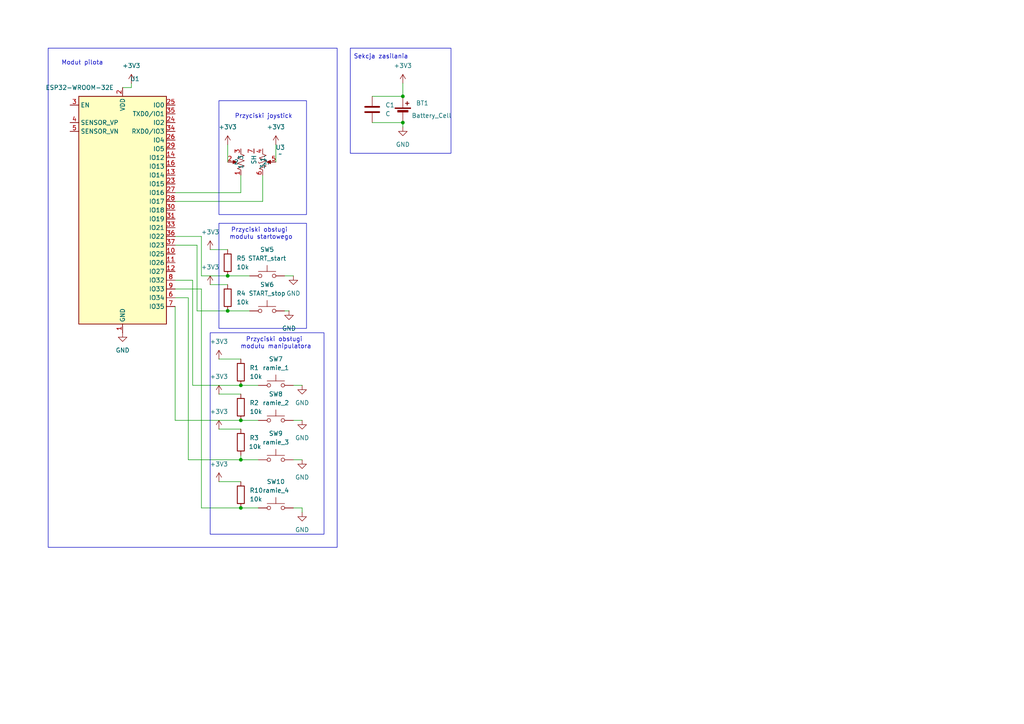
<source format=kicad_sch>
(kicad_sch (version 20231120) (generator "eeschema") (generator_version "8.0")
  (paper "A4")
  (lib_symbols
    (symbol "Device:Battery_Cell" (pin_numbers hide) (pin_names (offset 0) hide)
      (property "Reference" "BT" (at 2.54 2.54 0))
      (property "Value" "Battery_Cell" (at 2.54 0 0))
      (symbol "Battery_Cell_0_1"
        (rectangle (start -2.286 1.778) (end 2.286 1.524) (fill (type outline)))
        (rectangle (start -1.524 1.016) (end 1.524 0.508) (fill (type outline)))
        (polyline (pts (xy 0 0.762) (xy 0 0)))
        (polyline (pts (xy 0 1.778) (xy 0 2.54)))
        (polyline (pts (xy 0.762 3.048) (xy 1.778 3.048)) (stroke (width 0.254)))
        (polyline (pts (xy 1.27 3.556) (xy 1.27 2.54)) (stroke (width 0.254)))
      )
      (symbol "Battery_Cell_1_1"
        (pin passive line (at 0 5.08 270) (length 2.54) (name "+") (number "1"))
        (pin passive line (at 0 -2.54 90) (length 2.54) (name "-") (number "2"))
      )
    )
    (symbol "Device:C" (pin_numbers hide) (pin_names (offset 0.254))
      (property "Reference" "C" (at 0.635 2.54 0))
      (property "Value" "C" (at 0.635 -2.54 0))
      (symbol "C_0_1"
        (polyline (pts (xy -2.032 -0.762) (xy 2.032 -0.762)) (stroke (width 0.508)))
        (polyline (pts (xy -2.032 0.762) (xy 2.032 0.762)) (stroke (width 0.508)))
      )
      (symbol "C_1_1"
        (pin passive line (at 0 3.81 270) (length 2.794) (name "~") (number "1"))
        (pin passive line (at 0 -3.81 90) (length 2.794) (name "~") (number "2"))
      )
    )
    (symbol "Device:R" (pin_numbers hide) (pin_names (offset 0))
      (property "Reference" "R" (at 2.032 0 90))
      (property "Value" "R" (at 0 0 90))
      (symbol "R_0_1"
        (rectangle (start -1.016 -2.54) (end 1.016 2.54) (stroke (width 0.254)))
      )
      (symbol "R_1_1"
        (pin passive line (at 0 3.81 270) (length 1.27) (name "~") (number "1"))
        (pin passive line (at 0 -3.81 90) (length 1.27) (name "~") (number "2"))
      )
    )
    (symbol "Joystick:3D161"
      (property "Reference" "U" (at 0 5.842 0))
      (symbol "3D161_0_1"
        (polyline (pts (xy -5.08 -1.27) (xy -4.064 -1.27)))
        (polyline (pts (xy -2.54 -3.81) (xy -2.54 -3.556)))
        (polyline (pts (xy -2.54 1.016) (xy -2.54 1.27)))
        (polyline (pts (xy 3.81 -3.556) (xy 3.81 -3.81)))
        (polyline (pts (xy 3.81 1.27) (xy 3.81 1.016)))
        (polyline (pts (xy 6.35 -1.27) (xy 5.334 -1.27)))
        (polyline (pts (xy -3.683 -1.27) (xy -4.826 -1.778) (xy -4.826 -0.762) (xy -3.683 -1.27)) (fill (type outline)))
        (polyline (pts (xy 4.953 -1.27) (xy 6.096 -0.762) (xy 6.096 -1.778) (xy 4.953 -1.27)) (fill (type outline)))
        (polyline (pts (xy -2.54 -3.556) (xy -3.556 -3.175) (xy -2.54 -2.794) (xy -1.524 -2.413) (xy -2.54 -2.032)))
        (polyline (pts (xy -2.54 -2.032) (xy -3.556 -1.651) (xy -2.54 -1.27) (xy -1.524 -0.889) (xy -1.27 -1.27)))
        (polyline (pts (xy -2.54 -0.508) (xy -3.556 -0.127) (xy -2.54 0.254) (xy -1.524 0.635) (xy -2.54 1.016)))
        (polyline (pts (xy 3.81 -2.032) (xy 4.826 -2.413) (xy 3.81 -2.794) (xy 2.794 -3.175) (xy 3.81 -3.556)))
        (polyline (pts (xy 3.81 -0.508) (xy 4.826 -0.889) (xy 3.81 -1.27) (xy 2.794 -1.651) (xy 3.81 -2.032)))
        (polyline (pts (xy 3.81 1.016) (xy 4.826 0.635) (xy 3.81 0.254) (xy 2.794 -0.127) (xy 3.81 -0.508)))
      )
      (symbol "3D161_1_1"
        (pin passive line (at 3.81 2.54 270) (length 1.27) (name "1") (number "1"))
        (pin passive line (at 7.62 -1.27 180) (length 1.27) (name "2") (number "2"))
        (pin passive line (at 3.81 -5.08 90) (length 1.27) (name "3") (number "3"))
        (pin passive line (at -2.54 -5.08 90) (length 1.27) (name "1.") (number "4"))
        (pin passive line (at -6.35 -1.27 0) (length 1.27) (name "2.") (number "5"))
        (pin passive line (at -2.54 2.54 270) (length 1.27) (name "3.") (number "6"))
        (pin passive line (at 0 -5.08 90) (length 1.27) (name "SH") (number "7"))
      )
    )
    (symbol "RF_Module:ESP32-WROOM-32E"
      (property "Reference" "U" (at -12.7 34.29 0))
      (property "Value" "ESP32-WROOM-32E" (at 1.27 34.29 0))
      (symbol "ESP32-WROOM-32E_0_1"
        (rectangle (start -12.7 33.02) (end 12.7 -33.02) (stroke (width 0.254)) (fill (type background)))
      )
      (symbol "ESP32-WROOM-32E_1_1"
        (pin power_in line (at 0 -35.56 90) (length 2.54) (name "GND") (number "1"))
        (pin bidirectional line (at 15.24 -12.7 180) (length 2.54) (name "IO25") (number "10"))
        (pin bidirectional line (at 15.24 -15.24 180) (length 2.54) (name "IO26") (number "11"))
        (pin bidirectional line (at 15.24 -17.78 180) (length 2.54) (name "IO27") (number "12"))
        (pin bidirectional line (at 15.24 10.16 180) (length 2.54) (name "IO14") (number "13"))
        (pin bidirectional line (at 15.24 15.24 180) (length 2.54) (name "IO12") (number "14"))
        (pin passive line (at 0 -35.56 90) (length 2.54) hide (name "GND") (number "15"))
        (pin bidirectional line (at 15.24 12.7 180) (length 2.54) (name "IO13") (number "16"))
        (pin no_connect line (at -12.7 -5.08 0) (length 2.54) hide (name "NC") (number "17"))
        (pin no_connect line (at -12.7 -7.62 0) (length 2.54) hide (name "NC") (number "18"))
        (pin no_connect line (at -12.7 -12.7 0) (length 2.54) hide (name "NC") (number "19"))
        (pin power_in line (at 0 35.56 270) (length 2.54) (name "VDD") (number "2"))
        (pin no_connect line (at -12.7 -10.16 0) (length 2.54) hide (name "NC") (number "20"))
        (pin no_connect line (at -12.7 0 0) (length 2.54) hide (name "NC") (number "21"))
        (pin no_connect line (at -12.7 -2.54 0) (length 2.54) hide (name "NC") (number "22"))
        (pin bidirectional line (at 15.24 7.62 180) (length 2.54) (name "IO15") (number "23"))
        (pin bidirectional line (at 15.24 25.4 180) (length 2.54) (name "IO2") (number "24"))
        (pin bidirectional line (at 15.24 30.48 180) (length 2.54) (name "IO0") (number "25"))
        (pin bidirectional line (at 15.24 20.32 180) (length 2.54) (name "IO4") (number "26"))
        (pin bidirectional line (at 15.24 5.08 180) (length 2.54) (name "IO16") (number "27"))
        (pin bidirectional line (at 15.24 2.54 180) (length 2.54) (name "IO17") (number "28"))
        (pin bidirectional line (at 15.24 17.78 180) (length 2.54) (name "IO5") (number "29"))
        (pin input line (at -15.24 30.48 0) (length 2.54) (name "EN") (number "3"))
        (pin bidirectional line (at 15.24 0 180) (length 2.54) (name "IO18") (number "30"))
        (pin bidirectional line (at 15.24 -2.54 180) (length 2.54) (name "IO19") (number "31"))
        (pin no_connect line (at -12.7 -27.94 0) (length 2.54) hide (name "NC") (number "32"))
        (pin bidirectional line (at 15.24 -5.08 180) (length 2.54) (name "IO21") (number "33"))
        (pin bidirectional line (at 15.24 22.86 180) (length 2.54) (name "RXD0/IO3") (number "34"))
        (pin bidirectional line (at 15.24 27.94 180) (length 2.54) (name "TXD0/IO1") (number "35"))
        (pin bidirectional line (at 15.24 -7.62 180) (length 2.54) (name "IO22") (number "36"))
        (pin bidirectional line (at 15.24 -10.16 180) (length 2.54) (name "IO23") (number "37"))
        (pin passive line (at 0 -35.56 90) (length 2.54) hide (name "GND") (number "38"))
        (pin passive line (at 0 -35.56 90) (length 2.54) hide (name "GND") (number "39"))
        (pin input line (at -15.24 25.4 0) (length 2.54) (name "SENSOR_VP") (number "4"))
        (pin input line (at -15.24 22.86 0) (length 2.54) (name "SENSOR_VN") (number "5"))
        (pin input line (at 15.24 -25.4 180) (length 2.54) (name "IO34") (number "6"))
        (pin input line (at 15.24 -27.94 180) (length 2.54) (name "IO35") (number "7"))
        (pin bidirectional line (at 15.24 -20.32 180) (length 2.54) (name "IO32") (number "8"))
        (pin bidirectional line (at 15.24 -22.86 180) (length 2.54) (name "IO33") (number "9"))
      )
    )
    (symbol "Switch:SW_MEC_5G" (pin_numbers hide) (pin_names (offset 1.016) hide)
      (property "Reference" "SW" (at 1.27 2.54 0))
      (property "Value" "SW_MEC_5G" (at 0 -1.524 0))
      (symbol "SW_MEC_5G_0_1"
        (circle (center -2.032 0) (radius 0.508))
        (polyline (pts (xy 0 1.27) (xy 0 3.048)))
        (polyline (pts (xy 2.54 1.27) (xy -2.54 1.27)))
        (circle (center 2.032 0) (radius 0.508))
        (pin passive line (at -5.08 0 0) (length 2.54) (name "A") (number "1"))
        (pin passive line (at 5.08 0 180) (length 2.54) (name "B") (number "3"))
      )
      (symbol "SW_MEC_5G_1_1"
        (pin passive line (at -5.08 0 0) (length 2.54) hide (name "A") (number "2"))
        (pin passive line (at 5.08 0 180) (length 2.54) hide (name "B") (number "4"))
      )
    )
    (symbol "power:+3V3" (power) (pin_numbers hide) (pin_names (offset 0) hide)
      (property "Value" "+3V3" (at 0 3.556 0))
      (symbol "+3V3_0_1"
        (polyline (pts (xy -0.762 1.27) (xy 0 2.54)))
        (polyline (pts (xy 0 0) (xy 0 2.54)))
        (polyline (pts (xy 0 2.54) (xy 0.762 1.27)))
      )
      (symbol "+3V3_1_1"
        (pin power_in line (at 0 0 90) (length 0) (name "~") (number "1"))
      )
    )
    (symbol "power:GND" (power) (pin_numbers hide) (pin_names (offset 0) hide)
      (property "Value" "GND" (at 0 -3.81 0))
      (symbol "GND_0_1"
        (polyline (pts (xy 0 0) (xy 0 -1.27) (xy 1.27 -1.27) (xy 0 -2.54) (xy -1.27 -1.27) (xy 0 -1.27)))
      )
      (symbol "GND_1_1"
        (pin power_in line (at 0 0 270) (length 0) (name "~") (number "1"))
      )
    )
  )
  (junction (at 69.85 147.32))
  (junction (at 116.84 35.56))
  (junction (at 69.85 111.76))
  (junction (at 116.84 27.94))
  (junction (at 69.85 133.35))
  (junction (at 66.04 80.01))
  (junction (at 66.04 90.17))
  (junction (at 69.85 121.92))
  (wire (pts (xy 38.1 25.4) (xy 38.1 24.13)))
  (wire (pts (xy 87.63 148.59) (xy 87.63 147.32)))
  (wire (pts (xy 107.95 35.56) (xy 116.84 35.56)))
  (wire (pts (xy 60.96 82.55) (xy 66.04 82.55)))
  (wire (pts (xy 50.8 83.82) (xy 58.42 83.82)))
  (wire (pts (xy 63.5 114.3) (xy 69.85 114.3)))
  (wire (pts (xy 50.8 71.12) (xy 57.15 71.12)))
  (wire (pts (xy 54.61 86.36) (xy 54.61 133.35)))
  (wire (pts (xy 50.8 58.42) (xy 76.2 58.42)))
  (wire (pts (xy 69.85 50.8) (xy 69.85 55.88)))
  (wire (pts (xy 50.8 68.58) (xy 58.42 68.58)))
  (wire (pts (xy 66.04 41.91) (xy 66.04 46.99)))
  (wire (pts (xy 87.63 121.92) (xy 85.09 121.92)))
  (wire (pts (xy 116.84 24.13) (xy 116.84 27.94)))
  (wire (pts (xy 50.8 121.92) (xy 69.85 121.92)))
  (wire (pts (xy 60.96 72.39) (xy 66.04 72.39)))
  (wire (pts (xy 50.8 88.9) (xy 50.8 121.92)))
  (wire (pts (xy 66.04 80.01) (xy 72.39 80.01)))
  (wire (pts (xy 58.42 83.82) (xy 58.42 147.32)))
  (wire (pts (xy 69.85 132.08) (xy 69.85 133.35)))
  (wire (pts (xy 85.09 133.35) (xy 87.63 133.35)))
  (wire (pts (xy 69.85 147.32) (xy 74.93 147.32)))
  (wire (pts (xy 80.01 41.91) (xy 80.01 46.99)))
  (wire (pts (xy 116.84 36.83) (xy 116.84 35.56)))
  (wire (pts (xy 66.04 90.17) (xy 72.39 90.17)))
  (wire (pts (xy 55.88 111.76) (xy 55.88 81.28)))
  (wire (pts (xy 76.2 58.42) (xy 76.2 50.8)))
  (wire (pts (xy 50.8 55.88) (xy 69.85 55.88)))
  (wire (pts (xy 54.61 133.35) (xy 69.85 133.35)))
  (wire (pts (xy 63.5 124.46) (xy 69.85 124.46)))
  (wire (pts (xy 85.09 80.01) (xy 82.55 80.01)))
  (wire (pts (xy 83.82 90.17) (xy 82.55 90.17)))
  (wire (pts (xy 63.5 139.7) (xy 69.85 139.7)))
  (wire (pts (xy 87.63 147.32) (xy 85.09 147.32)))
  (wire (pts (xy 58.42 80.01) (xy 66.04 80.01)))
  (wire (pts (xy 55.88 81.28) (xy 50.8 81.28)))
  (wire (pts (xy 107.95 27.94) (xy 116.84 27.94)))
  (wire (pts (xy 69.85 133.35) (xy 74.93 133.35)))
  (wire (pts (xy 69.85 121.92) (xy 74.93 121.92)))
  (wire (pts (xy 69.85 111.76) (xy 74.93 111.76)))
  (wire (pts (xy 87.63 111.76) (xy 85.09 111.76)))
  (wire (pts (xy 58.42 147.32) (xy 69.85 147.32)))
  (wire (pts (xy 58.42 68.58) (xy 58.42 80.01)))
  (wire (pts (xy 50.8 86.36) (xy 54.61 86.36)))
  (wire (pts (xy 35.56 25.4) (xy 38.1 25.4)))
  (wire (pts (xy 55.88 111.76) (xy 69.85 111.76)))
  (wire (pts (xy 57.15 90.17) (xy 66.04 90.17)))
  (wire (pts (xy 63.5 104.14) (xy 69.85 104.14)))
  (wire (pts (xy 57.15 71.12) (xy 57.15 90.17)))
  (rectangle (start 101.6 13.97) (end 130.81 44.45))
  (rectangle (start 13.97 13.97) (end 97.79 158.75))
  (rectangle (start 63.5 29.21) (end 88.9 62.23))
  (rectangle (start 60.96 96.52) (end 93.98 154.94))
  (rectangle (start 63.5 64.77) (end 88.9 95.25))
  (text "Moduł pilota" (at 23.876 18.288 0) (effects (font (size 1.27 1.27))))
  (text "Przyciski joystick" (at 76.454 33.782 0) (effects (font (size 1.27 1.27))))
  (text "Przyciski obsługi \nmodułu startowego\n" (at 75.692 67.818 0) (effects (font (size 1.27 1.27))))
  (text "Sekcja zasilania\n" (at 110.49 16.51 0) (effects (font (size 1.27 1.27))))
  (text "Przyciski obsługi \nmodułu manipulatora\n" (at 80.01 99.568 0) (effects (font (size 1.27 1.27))))
  (symbol (lib_id "Device:R") (at 69.85 143.51 0) (unit 1)
    (property "Reference" "R10" (at 72.39 142.2399 0) (effects (justify left)))
    (property "Value" "10k" (at 72.39 144.7799 0) (effects (justify left)))
    (property "Footprint" "Resistor_THT:R_Axial_DIN0204_L3.6mm_D1.6mm_P7.62mm_Horizontal" (effects (hide yes)))
    (property "Description" "Resistor" (effects (hide yes)))
  )
  (symbol (lib_id "power:+3V3") (at 60.96 82.55 0) (unit 1)
    (property "Reference" "#PWR020" (effects (hide yes)))
    (property "Value" "+3V3" (at 60.96 77.47 0))
    (property "Description" "Power symbol creates a global label with name \"+3V3\"" (effects (hide yes)))
  )
  (symbol (lib_id "power:GND") (at 87.63 133.35 0) (unit 1)
    (property "Reference" "#PWR03" (effects (hide yes)))
    (property "Value" "GND" (at 87.63 138.43 0))
    (property "Description" "Power symbol creates a global label with name \"GND\" , ground" (effects (hide yes)))
  )
  (symbol (lib_id "power:GND") (at 116.84 36.83 0) (unit 1)
    (property "Reference" "#PWR011" (effects (hide yes)))
    (property "Value" "GND" (at 116.84 41.91 0))
    (property "Description" "Power symbol creates a global label with name \"GND\" , ground" (effects (hide yes)))
  )
  (symbol (lib_id "Device:R") (at 69.85 107.95 0) (unit 1)
    (property "Reference" "R1" (at 72.39 106.6799 0) (effects (justify left)))
    (property "Value" "10k" (at 72.39 109.2199 0) (effects (justify left)))
    (property "Footprint" "Resistor_THT:R_Axial_DIN0204_L3.6mm_D1.6mm_P7.62mm_Horizontal" (effects (hide yes)))
    (property "Description" "Resistor" (effects (hide yes)))
  )
  (symbol (lib_id "power:+3V3") (at 63.5 104.14 0) (unit 1)
    (property "Reference" "#PWR06" (effects (hide yes)))
    (property "Value" "+3V3" (at 63.5 99.06 0))
    (property "Description" "Power symbol creates a global label with name \"+3V3\"" (effects (hide yes)))
  )
  (symbol (lib_id "power:GND") (at 83.82 90.17 0) (unit 1)
    (property "Reference" "#PWR013" (effects (hide yes)))
    (property "Value" "GND" (at 83.82 95.25 0))
    (property "Description" "Power symbol creates a global label with name \"GND\" , ground" (effects (hide yes)))
  )
  (symbol (lib_id "Switch:SW_MEC_5G") (at 80.01 147.32 0) (unit 1)
    (property "Reference" "SW10" (at 80.01 139.7 0))
    (property "Value" "ramie_4" (at 80.01 142.24 0))
    (property "Footprint" "Button_Switch_THT:SW_PUSH_6mm_H5mm" (effects (hide yes)))
    (property "Datasheet" "http://www.apem.com/int/index.php?controller=attachment&id_attachment=488" (effects (hide yes)))
    (property "Description" "MEC 5G single pole normally-open tactile switch" (effects (hide yes)))
  )
  (symbol (lib_id "RF_Module:ESP32-WROOM-32E") (at 35.56 60.96 0) (unit 1)
    (property "Reference" "U1" (at 37.7541 22.86 0) (effects (justify left)))
    (property "Value" "ESP32-WROOM-32E" (at 13.208 25.4 0) (effects (justify left)))
    (property "Footprint" "RF_Module:ESP32-WROOM-32D" (effects (hide yes)))
    (property "Datasheet" "https://www.espressif.com/sites/default/files/documentation/esp32-wroom-32e_esp32-wroom-32ue_datasheet_en.pdf" (effects (hide yes)))
    (property "Description" "RF Module, ESP32-D0WD-V3 SoC, without PSRAM, Wi-Fi 802.11b/g/n, Bluetooth, BLE, 32-bit, 2.7-3.6V, onboard antenna, SMD" (effects (hide yes)))
  )
  (symbol (lib_id "power:GND") (at 85.09 80.01 0) (unit 1)
    (property "Reference" "#PWR012" (effects (hide yes)))
    (property "Value" "GND" (at 85.09 85.09 0))
    (property "Description" "Power symbol creates a global label with name \"GND\" , ground" (effects (hide yes)))
  )
  (symbol (lib_id "Device:C") (at 107.95 31.75 0) (unit 1)
    (property "Reference" "C1" (at 111.76 30.4799 0) (effects (justify left)))
    (property "Value" "C" (at 111.76 33.0199 0) (effects (justify left)))
    (property "Footprint" "Capacitor_THT:CP_Radial_D6.3mm_P2.50mm" (effects (hide yes)))
    (property "Description" "Unpolarized capacitor" (effects (hide yes)))
  )
  (symbol (lib_id "Switch:SW_MEC_5G") (at 77.47 90.17 0) (unit 1)
    (property "Reference" "SW6" (at 77.47 82.55 0))
    (property "Value" "START_stop" (at 77.47 85.09 0))
    (property "Footprint" "Button_Switch_THT:SW_PUSH_6mm_H5mm" (effects (hide yes)))
    (property "Datasheet" "http://www.apem.com/int/index.php?controller=attachment&id_attachment=488" (effects (hide yes)))
    (property "Description" "MEC 5G single pole normally-open tactile switch" (effects (hide yes)))
  )
  (symbol (lib_id "power:+3V3") (at 63.5 124.46 0) (unit 1)
    (property "Reference" "#PWR015" (effects (hide yes)))
    (property "Value" "+3V3" (at 63.5 119.38 0))
    (property "Description" "Power symbol creates a global label with name \"+3V3\"" (effects (hide yes)))
  )
  (symbol (lib_id "Device:R") (at 66.04 76.2 0) (unit 1)
    (property "Reference" "R5" (at 68.58 74.9299 0) (effects (justify left)))
    (property "Value" "10k" (at 68.58 77.4699 0) (effects (justify left)))
    (property "Footprint" "Resistor_THT:R_Axial_DIN0204_L3.6mm_D1.6mm_P7.62mm_Horizontal" (effects (hide yes)))
    (property "Description" "Resistor" (effects (hide yes)))
  )
  (symbol (lib_id "Device:R") (at 66.04 86.36 0) (unit 1)
    (property "Reference" "R4" (at 68.58 85.0899 0) (effects (justify left)))
    (property "Value" "10k" (at 68.58 87.6299 0) (effects (justify left)))
    (property "Footprint" "Resistor_THT:R_Axial_DIN0204_L3.6mm_D1.6mm_P7.62mm_Horizontal" (effects (hide yes)))
    (property "Description" "Resistor" (effects (hide yes)))
  )
  (symbol (lib_id "Switch:SW_MEC_5G") (at 80.01 133.35 0) (unit 1)
    (property "Reference" "SW9" (at 80.01 125.73 0))
    (property "Value" "ramie_3" (at 80.01 128.27 0))
    (property "Footprint" "Button_Switch_THT:SW_PUSH_6mm_H5mm" (effects (hide yes)))
    (property "Datasheet" "http://www.apem.com/int/index.php?controller=attachment&id_attachment=488" (effects (hide yes)))
    (property "Description" "MEC 5G single pole normally-open tactile switch" (effects (hide yes)))
  )
  (symbol (lib_id "Joystick:3D161") (at 73.66 48.26 180) (unit 1)
    (property "Reference" "U3" (at 81.28 42.7638 0))
    (property "Value" "~" (at 81.28 44.6689 0))
    (property "Footprint" "3D161:3D161" (effects (hide yes)))
  )
  (symbol (lib_id "power:GND") (at 35.56 96.52 0) (unit 1)
    (property "Reference" "#PWR01" (effects (hide yes)))
    (property "Value" "GND" (at 35.56 101.6 0))
    (property "Description" "Power symbol creates a global label with name \"GND\" , ground" (effects (hide yes)))
  )
  (symbol (lib_id "power:GND") (at 87.63 121.92 0) (unit 1)
    (property "Reference" "#PWR04" (effects (hide yes)))
    (property "Value" "GND" (at 87.63 127 0))
    (property "Description" "Power symbol creates a global label with name \"GND\" , ground" (effects (hide yes)))
  )
  (symbol (lib_id "Switch:SW_MEC_5G") (at 80.01 121.92 0) (unit 1)
    (property "Reference" "SW8" (at 80.01 114.3 0))
    (property "Value" "ramie_2" (at 80.01 116.84 0))
    (property "Footprint" "Button_Switch_THT:SW_PUSH_6mm_H5mm" (effects (hide yes)))
    (property "Datasheet" "http://www.apem.com/int/index.php?controller=attachment&id_attachment=488" (effects (hide yes)))
    (property "Description" "MEC 5G single pole normally-open tactile switch" (effects (hide yes)))
  )
  (symbol (lib_id "power:+3V3") (at 63.5 139.7 0) (unit 1)
    (property "Reference" "#PWR021" (effects (hide yes)))
    (property "Value" "+3V3" (at 63.5 134.62 0))
    (property "Description" "Power symbol creates a global label with name \"+3V3\"" (effects (hide yes)))
  )
  (symbol (lib_id "power:+3V3") (at 38.1 24.13 0) (unit 1)
    (property "Reference" "#PWR02" (effects (hide yes)))
    (property "Value" "+3V3" (at 38.1 19.05 0))
    (property "Description" "Power symbol creates a global label with name \"+3V3\"" (effects (hide yes)))
  )
  (symbol (lib_id "Switch:SW_MEC_5G") (at 80.01 111.76 0) (unit 1)
    (property "Reference" "SW7" (at 80.01 104.14 0))
    (property "Value" "ramie_1" (at 80.01 106.68 0))
    (property "Footprint" "Button_Switch_THT:SW_PUSH_6mm_H5mm" (effects (hide yes)))
    (property "Datasheet" "http://www.apem.com/int/index.php?controller=attachment&id_attachment=488" (effects (hide yes)))
    (property "Description" "MEC 5G single pole normally-open tactile switch" (effects (hide yes)))
  )
  (symbol (lib_id "Device:Battery_Cell") (at 116.84 33.02 0) (unit 1)
    (property "Reference" "BT1" (at 120.65 29.9084 0) (effects (justify left)))
    (property "Value" "Battery_Cell" (at 119.38 33.528 0) (effects (justify left)))
    (property "Footprint" "Battery:BatteryHolder_Seiko_MS621F" (effects (hide yes)))
    (property "Description" "Single-cell battery" (effects (hide yes)))
  )
  (symbol (lib_id "Device:R") (at 69.85 128.27 0) (unit 1)
    (property "Reference" "R3" (at 72.39 126.9999 0) (effects (justify left)))
    (property "Value" "10k" (at 72.136 129.54 0) (effects (justify left)))
    (property "Footprint" "Resistor_THT:R_Axial_DIN0204_L3.6mm_D1.6mm_P7.62mm_Horizontal" (effects (hide yes)))
    (property "Description" "Resistor" (effects (hide yes)))
  )
  (symbol (lib_id "power:+3V3") (at 63.5 114.3 0) (unit 1)
    (property "Reference" "#PWR016" (effects (hide yes)))
    (property "Value" "+3V3" (at 63.5 109.22 0))
    (property "Description" "Power symbol creates a global label with name \"+3V3\"" (effects (hide yes)))
  )
  (symbol (lib_id "power:GND") (at 87.63 148.59 0) (unit 1)
    (property "Reference" "#PWR022" (effects (hide yes)))
    (property "Value" "GND" (at 87.63 153.67 0))
    (property "Description" "Power symbol creates a global label with name \"GND\" , ground" (effects (hide yes)))
  )
  (symbol (lib_id "power:+3V3") (at 80.01 41.91 0) (unit 1)
    (property "Reference" "#PWR09" (effects (hide yes)))
    (property "Value" "+3V3" (at 80.01 36.83 0))
    (property "Description" "Power symbol creates a global label with name \"+3V3\"" (effects (hide yes)))
  )
  (symbol (lib_id "power:GND") (at 87.63 111.76 0) (unit 1)
    (property "Reference" "#PWR05" (effects (hide yes)))
    (property "Value" "GND" (at 87.63 116.84 0))
    (property "Description" "Power symbol creates a global label with name \"GND\" , ground" (effects (hide yes)))
  )
  (symbol (lib_id "power:+3V3") (at 60.96 72.39 0) (unit 1)
    (property "Reference" "#PWR07" (effects (hide yes)))
    (property "Value" "+3V3" (at 60.96 67.31 0))
    (property "Description" "Power symbol creates a global label with name \"+3V3\"" (effects (hide yes)))
  )
  (symbol (lib_id "power:+3V3") (at 116.84 24.13 0) (unit 1)
    (property "Reference" "#PWR010" (effects (hide yes)))
    (property "Value" "+3V3" (at 116.84 19.05 0))
    (property "Description" "Power symbol creates a global label with name \"+3V3\"" (effects (hide yes)))
  )
  (symbol (lib_id "Device:R") (at 69.85 118.11 0) (unit 1)
    (property "Reference" "R2" (at 72.39 116.8399 0) (effects (justify left)))
    (property "Value" "10k" (at 72.39 119.3799 0) (effects (justify left)))
    (property "Footprint" "Resistor_THT:R_Axial_DIN0204_L3.6mm_D1.6mm_P7.62mm_Horizontal" (effects (hide yes)))
    (property "Description" "Resistor" (effects (hide yes)))
  )
  (symbol (lib_id "Switch:SW_MEC_5G") (at 77.47 80.01 0) (unit 1)
    (property "Reference" "SW5" (at 77.47 72.39 0))
    (property "Value" "START_start" (at 77.47 74.93 0))
    (property "Footprint" "Button_Switch_THT:SW_PUSH_6mm_H5mm" (effects (hide yes)))
    (property "Datasheet" "http://www.apem.com/int/index.php?controller=attachment&id_attachment=488" (effects (hide yes)))
    (property "Description" "MEC 5G single pole normally-open tactile switch" (effects (hide yes)))
  )
  (symbol (lib_id "power:+3V3") (at 66.04 41.91 0) (unit 1)
    (property "Reference" "#PWR08" (effects (hide yes)))
    (property "Value" "+3V3" (at 66.04 36.83 0))
    (property "Description" "Power symbol creates a global label with name \"+3V3\"" (effects (hide yes)))
  )
)
</source>
